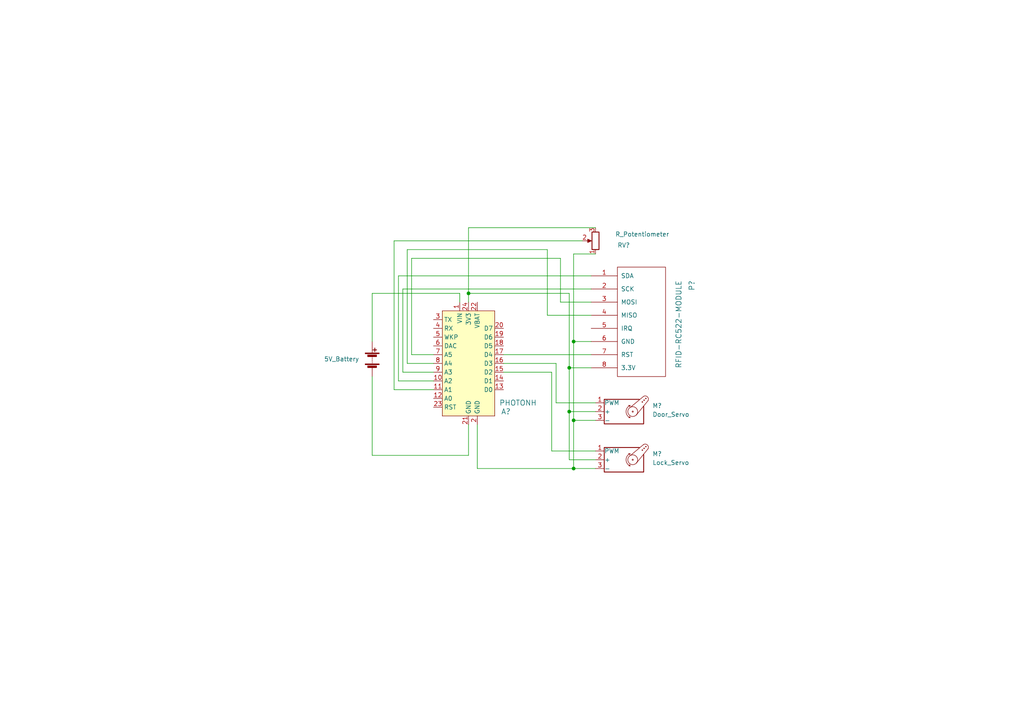
<source format=kicad_sch>
(kicad_sch (version 20211123) (generator eeschema)
  (paper "A4")
  (lib_symbols
    (symbol "Device:Battery" (pin_numbers hide) (pin_names (offset 0) hide)
      (property "Reference" "BT" (at 2.54 2.54 0))
      (property "Value" "Battery" (at 2.54 0 0))
      (symbol "Battery_0_1"
        (rectangle (start -2.032 -1.397) (end 2.032 -1.651) (fill (type outline)))
        (rectangle (start -2.032 1.778) (end 2.032 1.524) (fill (type outline)))
        (rectangle (start -1.3208 -1.9812) (end 1.27 -2.4892) (fill (type outline)))
        (rectangle (start -1.3208 1.1938) (end 1.27 0.6858) (fill (type outline)))
        (polyline (pts (xy 0 -1.524) (xy 0 -1.27)))
        (polyline (pts (xy 0 -1.016) (xy 0 -0.762)))
        (polyline (pts (xy 0 -0.508) (xy 0 -0.254)))
        (polyline (pts (xy 0 0) (xy 0 0.254)))
        (polyline (pts (xy 0 0.508) (xy 0 0.762)))
        (polyline (pts (xy 0 1.778) (xy 0 2.54)))
        (polyline (pts (xy 0.254 2.667) (xy 1.27 2.667)) (stroke (width 0.254)))
        (polyline (pts (xy 0.762 3.175) (xy 0.762 2.159)) (stroke (width 0.254)))
      )
      (symbol "Battery_1_1"
        (pin passive line (at 0 5.08 270) (length 2.54) (name "+") (number "1"))
        (pin passive line (at 0 -5.08 90) (length 2.54) (name "-") (number "2"))
      )
    )
    (symbol "Device:R_Potentiometer" (pin_names (offset 1.016) hide)
      (property "Reference" "RV" (at -4.445 0 90))
      (property "Value" "R_Potentiometer" (at -2.54 0 90))
      (symbol "R_Potentiometer_0_1"
        (polyline (pts (xy 2.54 0) (xy 1.524 0)))
        (polyline (pts (xy 1.143 0) (xy 2.286 0.508) (xy 2.286 -0.508) (xy 1.143 0)) (fill (type outline)))
        (rectangle (start 1.016 2.54) (end -1.016 -2.54) (stroke (width 0.254)))
      )
      (symbol "R_Potentiometer_1_1"
        (pin passive line (at 0 3.81 270) (length 1.27) (name "1") (number "1"))
        (pin passive line (at 3.81 0 180) (length 1.27) (name "2") (number "2"))
        (pin passive line (at 0 -3.81 90) (length 1.27) (name "3") (number "3"))
      )
    )
    (symbol "Motor:Motor_Servo" (pin_names (offset 0.0254))
      (property "Reference" "M" (at -5.08 4.445 0))
      (property "Value" "Motor_Servo" (at -5.08 -4.064 0))
      (symbol "Motor_Servo_0_1"
        (polyline (pts (xy 2.413 -1.778) (xy 2.032 -1.778)))
        (polyline (pts (xy 2.413 -1.778) (xy 2.286 -1.397)))
        (polyline (pts (xy 2.413 1.778) (xy 1.905 1.778)))
        (polyline (pts (xy 2.413 1.778) (xy 2.286 1.397)))
        (polyline (pts (xy 6.35 4.445) (xy 2.54 1.27)))
        (polyline (pts (xy 7.62 3.175) (xy 4.191 -1.016)))
        (polyline (pts (xy 5.08 3.556) (xy -5.08 3.556) (xy -5.08 -3.556) (xy 6.35 -3.556) (xy 6.35 1.524)) (stroke (width 0.254)))
        (arc (start 2.413 1.778) (mid 1.2406 0) (end 2.413 -1.778))
        (circle (center 3.175 0) (radius 0.1778))
        (circle (center 3.175 0) (radius 1.4224))
        (circle (center 5.969 2.794) (radius 0.127))
        (circle (center 6.477 3.302) (radius 0.127))
        (circle (center 6.985 3.81) (radius 0.127))
        (arc (start 7.62 3.175) (mid 7.4485 4.2735) (end 6.35 4.445))
      )
      (symbol "Motor_Servo_1_1"
        (pin passive line (at -7.62 2.54 0) (length 2.54) (name "PWM") (number "1"))
        (pin passive line (at -7.62 0 0) (length 2.54) (name "+") (number "2"))
        (pin passive line (at -7.62 -2.54 0) (length 2.54) (name "-") (number "3"))
      )
    )
    (symbol "dk_RF-Evaluation-and-Development-Kits-Boards:PHOTONH"
      (property "Reference" "A" (at -6.35 13.97 0))
      (property "Value" "PHOTONH" (at -5.08 16.51 0))
      (symbol "PHOTONH_0_1"
        (rectangle (start -7.62 12.7) (end 7.62 -17.78) (fill (type background)))
      )
      (symbol "PHOTONH_1_1"
        (pin power_in line (at -2.54 15.24 270) (length 2.54) (name "VIN") (number "1"))
        (pin bidirectional line (at -10.16 -7.62 0) (length 2.54) (name "A2") (number "10"))
        (pin bidirectional line (at -10.16 -10.16 0) (length 2.54) (name "A1") (number "11"))
        (pin bidirectional line (at -10.16 -12.7 0) (length 2.54) (name "A0") (number "12"))
        (pin bidirectional line (at 10.16 -10.16 180) (length 2.54) (name "D0") (number "13"))
        (pin bidirectional line (at 10.16 -7.62 180) (length 2.54) (name "D1") (number "14"))
        (pin bidirectional line (at 10.16 -5.08 180) (length 2.54) (name "D2") (number "15"))
        (pin bidirectional line (at 10.16 -2.54 180) (length 2.54) (name "D3") (number "16"))
        (pin bidirectional line (at 10.16 0 180) (length 2.54) (name "D4") (number "17"))
        (pin bidirectional line (at 10.16 2.54 180) (length 2.54) (name "D5") (number "18"))
        (pin bidirectional line (at 10.16 5.08 180) (length 2.54) (name "D6") (number "19"))
        (pin power_in line (at 2.54 -20.32 90) (length 2.54) (name "GND") (number "2"))
        (pin bidirectional line (at 10.16 7.62 180) (length 2.54) (name "D7") (number "20"))
        (pin power_in line (at 0 -20.32 90) (length 2.54) (name "GND") (number "21"))
        (pin power_in line (at 2.54 15.24 270) (length 2.54) (name "VBAT") (number "22"))
        (pin input line (at -10.16 -15.24 0) (length 2.54) (name "RST") (number "23"))
        (pin power_in line (at 0 15.24 270) (length 2.54) (name "3V3") (number "24"))
        (pin bidirectional line (at -10.16 10.16 0) (length 2.54) (name "TX") (number "3"))
        (pin bidirectional line (at -10.16 7.62 0) (length 2.54) (name "RX") (number "4"))
        (pin bidirectional line (at -10.16 5.08 0) (length 2.54) (name "WKP") (number "5"))
        (pin bidirectional line (at -10.16 2.54 0) (length 2.54) (name "DAC") (number "6"))
        (pin bidirectional line (at -10.16 0 0) (length 2.54) (name "A5") (number "7"))
        (pin bidirectional line (at -10.16 -2.54 0) (length 2.54) (name "A4") (number "8"))
        (pin bidirectional line (at -10.16 -5.08 0) (length 2.54) (name "A3") (number "9"))
      )
    )
    (symbol "rfid-rc522-module:RFID-RC522-MODULE" (pin_names (offset 1.016))
      (property "Reference" "P" (at 0 1.27 0))
      (property "Value" "RFID-RC522-MODULE" (at -1.27 3.81 0))
      (symbol "RFID-RC522-MODULE_0_1"
        (rectangle (start -16.51 7.62) (end 15.24 -6.35))
      )
      (symbol "RFID-RC522-MODULE_1_1"
        (pin input line (at -13.97 -13.97 90) (length 7.62) (name "SDA") (number "1"))
        (pin input line (at -10.16 -13.97 90) (length 7.62) (name "SCK") (number "2"))
        (pin input line (at -6.35 -13.97 90) (length 7.62) (name "MOSI") (number "3"))
        (pin input line (at -2.54 -13.97 90) (length 7.62) (name "MISO") (number "4"))
        (pin input line (at 1.27 -13.97 90) (length 7.62) (name "IRQ") (number "5"))
        (pin input line (at 5.08 -13.97 90) (length 7.62) (name "GND") (number "6"))
        (pin input line (at 8.89 -13.97 90) (length 7.62) (name "RST") (number "7"))
        (pin input line (at 12.7 -13.97 90) (length 7.62) (name "3.3V") (number "8"))
      )
    )
  )
  (junction (at 165.1 106.68))
  (junction (at 166.37 99.06))
  (junction (at 166.37 121.92))
  (junction (at 135.89 85.09))
  (junction (at 166.37 135.89))
  (junction (at 165.1 119.38))
  (wire (pts (xy 165.1 133.35) (xy 165.1 119.38)))
  (wire (pts (xy 107.95 85.09) (xy 133.35 85.09)))
  (wire (pts (xy 165.1 119.38) (xy 165.1 106.68)))
  (wire (pts (xy 172.72 66.04) (xy 135.89 66.04)))
  (wire (pts (xy 114.3 113.03) (xy 125.73 113.03)))
  (wire (pts (xy 165.1 106.68) (xy 165.1 85.09)))
  (wire (pts (xy 171.45 91.44) (xy 158.75 91.44)))
  (wire (pts (xy 161.29 116.84) (xy 161.29 105.41)))
  (wire (pts (xy 161.29 105.41) (xy 146.05 105.41)))
  (wire (pts (xy 133.35 85.09) (xy 133.35 87.63)))
  (wire (pts (xy 118.11 105.41) (xy 125.73 105.41)))
  (wire (pts (xy 119.38 74.93) (xy 119.38 102.87)))
  (wire (pts (xy 115.57 110.49) (xy 125.73 110.49)))
  (wire (pts (xy 116.84 107.95) (xy 125.73 107.95)))
  (wire (pts (xy 107.95 99.06) (xy 107.95 85.09)))
  (wire (pts (xy 166.37 73.66) (xy 166.37 99.06)))
  (wire (pts (xy 160.02 107.95) (xy 160.02 130.81)))
  (wire (pts (xy 172.72 133.35) (xy 165.1 133.35)))
  (wire (pts (xy 172.72 116.84) (xy 161.29 116.84)))
  (wire (pts (xy 172.72 121.92) (xy 166.37 121.92)))
  (wire (pts (xy 166.37 99.06) (xy 171.45 99.06)))
  (wire (pts (xy 166.37 99.06) (xy 166.37 121.92)))
  (wire (pts (xy 135.89 132.08) (xy 135.89 123.19)))
  (wire (pts (xy 168.91 69.85) (xy 114.3 69.85)))
  (wire (pts (xy 135.89 85.09) (xy 135.89 87.63)))
  (wire (pts (xy 171.45 87.63) (xy 162.56 87.63)))
  (wire (pts (xy 171.45 83.82) (xy 116.84 83.82)))
  (wire (pts (xy 162.56 74.93) (xy 119.38 74.93)))
  (wire (pts (xy 135.89 66.04) (xy 135.89 85.09)))
  (wire (pts (xy 172.72 135.89) (xy 166.37 135.89)))
  (wire (pts (xy 172.72 73.66) (xy 166.37 73.66)))
  (wire (pts (xy 118.11 72.39) (xy 118.11 105.41)))
  (wire (pts (xy 165.1 85.09) (xy 135.89 85.09)))
  (wire (pts (xy 107.95 109.22) (xy 107.95 132.08)))
  (wire (pts (xy 146.05 102.87) (xy 171.45 102.87)))
  (wire (pts (xy 172.72 119.38) (xy 165.1 119.38)))
  (wire (pts (xy 171.45 106.68) (xy 165.1 106.68)))
  (wire (pts (xy 116.84 83.82) (xy 116.84 107.95)))
  (wire (pts (xy 166.37 135.89) (xy 138.43 135.89)))
  (wire (pts (xy 138.43 123.19) (xy 138.43 135.89)))
  (wire (pts (xy 158.75 91.44) (xy 158.75 72.39)))
  (wire (pts (xy 119.38 102.87) (xy 125.73 102.87)))
  (wire (pts (xy 115.57 80.01) (xy 115.57 110.49)))
  (wire (pts (xy 146.05 107.95) (xy 160.02 107.95)))
  (wire (pts (xy 114.3 69.85) (xy 114.3 113.03)))
  (wire (pts (xy 107.95 132.08) (xy 135.89 132.08)))
  (wire (pts (xy 171.45 80.01) (xy 115.57 80.01)))
  (wire (pts (xy 160.02 130.81) (xy 172.72 130.81)))
  (wire (pts (xy 166.37 121.92) (xy 166.37 135.89)))
  (wire (pts (xy 162.56 87.63) (xy 162.56 74.93)))
  (wire (pts (xy 158.75 72.39) (xy 118.11 72.39)))
  (symbol (lib_id "Motor:Motor_Servo") (at 180.34 133.35 0) (unit 1)
    (property "Reference" "M?" (at 189.23 131.6465 0) (effects (justify left)))
    (property "Value" "Lock_Servo" (at 189.23 134.1865 0) (effects (justify left)))
    (property "Datasheet" "http://forums.parallax.com/uploads/attachments/46831/74481.png" (effects hide))
  )
  (symbol (lib_id "dk_RF-Evaluation-and-Development-Kits-Boards:PHOTONH") (at 135.89 102.87 0) (unit 1)
    (property "Reference" "A?" (at 145.3006 119.38 0) (effects (font (size 1.524 1.524)) (justify left)))
    (property "Value" "PHOTONH" (at 144.78 116.84 0) (effects (font (size 1.524 1.524)) (justify left)))
    (property "Footprint" "digikey-footprints:Particle_Photon" (effects hide))
    (property "Datasheet" "https://docs.particle.io/datasheets/photon-(wifi)/photon-datasheet/" (effects hide))
    (property "Digi-Key_PN" "1878-1000-ND" (effects hide))
    (property "MPN" "PHOTONH" (effects hide))
    (property "Category" "RF/IF and RFID" (effects hide))
    (property "Family" "RF Evaluation and Development Kits, Boards" (effects hide))
    (property "DK_Datasheet_Link" "https://docs.particle.io/datasheets/photon-(wifi)/photon-datasheet/" (effects hide))
    (property "DK_Detail_Page" "/product-detail/en/particle-industries-inc/PHOTONH/1878-1000-ND/7896991" (effects hide))
    (property "Description" "PHOTON WITH HEADERS" (effects hide))
    (property "Manufacturer" "Particle Industries, Inc." (effects hide))
    (property "Status" "Active" (effects hide))
  )
  (symbol (lib_id "rfid-rc522-module:RFID-RC522-MODULE") (at 185.42 93.98 270) (unit 1)
    (property "Reference" "P?" (at 200.66 81.28 0) (effects (font (size 1.524 1.524)) (justify left)))
    (property "Value" "RFID-RC522-MODULE" (at 196.85 81.28 0) (effects (font (size 1.524 1.524)) (justify left)))
  )
  (symbol (lib_id "Device:Battery") (at 107.95 104.14 0) (unit 1)
    (property "Reference" "BT?" (effects hide))
    (property "Value" "5V_Battery" (at 93.98 104.14 0) (effects (justify left)))
  )
  (symbol (lib_id "Device:R_Potentiometer") (at 172.72 69.85 180) (unit 1)
    (property "Reference" "RV?" (at 179.07 71.12 0) (effects (justify right)))
    (property "Value" "R_Potentiometer" (at 178.435 67.945 0) (effects (justify right)))
  )
  (symbol (lib_id "Motor:Motor_Servo") (at 180.34 119.38 0) (unit 1)
    (property "Reference" "M?" (at 189.23 117.6765 0) (effects (justify left)))
    (property "Value" "Door_Servo" (at 189.23 120.2165 0) (effects (justify left)))
    (property "Datasheet" "http://forums.parallax.com/uploads/attachments/46831/74481.png" (effects hide))
  )
)
</source>
